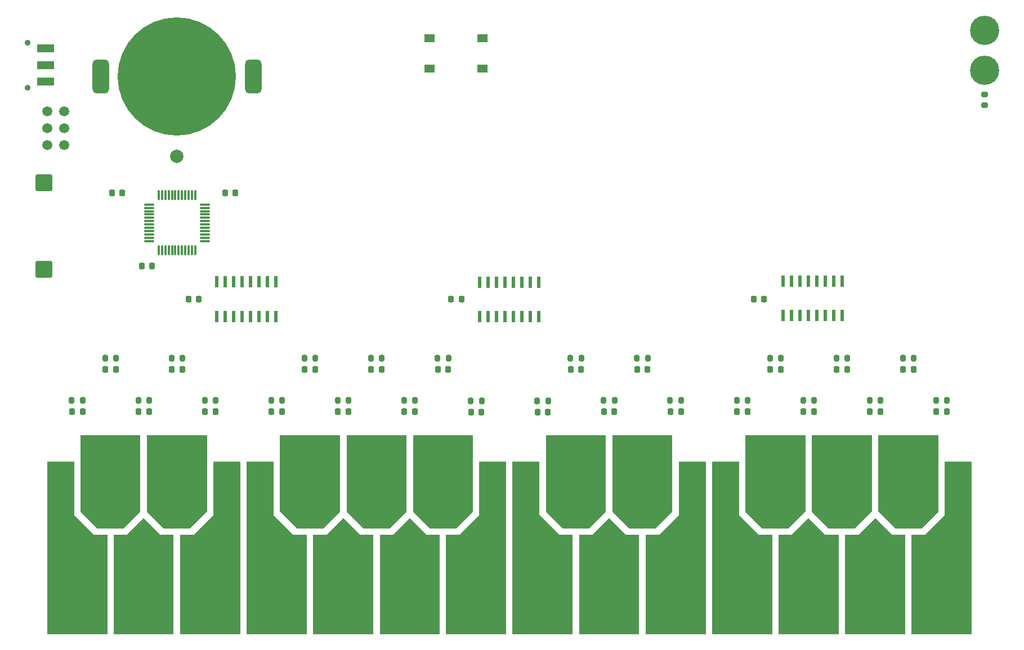
<source format=gts>
%TF.GenerationSoftware,KiCad,Pcbnew,(6.0.0)*%
%TF.CreationDate,2022-11-24T19:04:57+01:00*%
%TF.ProjectId,PCB,5043422e-6b69-4636-9164-5f7063625858,rev?*%
%TF.SameCoordinates,Original*%
%TF.FileFunction,Soldermask,Top*%
%TF.FilePolarity,Negative*%
%FSLAX46Y46*%
G04 Gerber Fmt 4.6, Leading zero omitted, Abs format (unit mm)*
G04 Created by KiCad (PCBNEW (6.0.0)) date 2022-11-24 19:04:57*
%MOMM*%
%LPD*%
G01*
G04 APERTURE LIST*
G04 Aperture macros list*
%AMRoundRect*
0 Rectangle with rounded corners*
0 $1 Rounding radius*
0 $2 $3 $4 $5 $6 $7 $8 $9 X,Y pos of 4 corners*
0 Add a 4 corners polygon primitive as box body*
4,1,4,$2,$3,$4,$5,$6,$7,$8,$9,$2,$3,0*
0 Add four circle primitives for the rounded corners*
1,1,$1+$1,$2,$3*
1,1,$1+$1,$4,$5*
1,1,$1+$1,$6,$7*
1,1,$1+$1,$8,$9*
0 Add four rect primitives between the rounded corners*
20,1,$1+$1,$2,$3,$4,$5,0*
20,1,$1+$1,$4,$5,$6,$7,0*
20,1,$1+$1,$6,$7,$8,$9,0*
20,1,$1+$1,$8,$9,$2,$3,0*%
%AMFreePoly0*
4,1,8,2.000000,-7.000000,5.000000,-10.000000,7.000000,-10.000000,7.000000,-25.000000,-2.000000,-25.000000,-2.000000,1.000000,2.000000,1.000000,2.000000,-7.000000,2.000000,-7.000000,$1*%
%AMFreePoly1*
4,1,7,4.500000,-10.000000,2.000000,-12.500000,-2.000000,-12.500000,-4.500000,-10.000000,-4.500000,1.500000,4.500000,1.500000,4.500000,-10.000000,4.500000,-10.000000,$1*%
%AMFreePoly2*
4,1,8,2.500000,0.000000,4.500000,0.000000,4.500000,-15.000000,-4.500000,-15.000000,-4.500000,0.000000,-2.500000,0.000000,0.000000,2.500000,2.500000,0.000000,2.500000,0.000000,$1*%
%AMFreePoly3*
4,1,8,2.000000,-25.000000,-7.000000,-25.000000,-7.000000,-10.000000,-5.000000,-10.000000,-2.000000,-7.000000,-2.000000,1.000000,2.000000,1.000000,2.000000,-25.000000,2.000000,-25.000000,$1*%
%AMFreePoly4*
4,1,8,2.000000,-24.500000,-7.000000,-24.500000,-7.000000,-9.500000,-5.000000,-9.500000,-2.000000,-6.500000,-2.000000,1.500000,2.000000,1.500000,2.000000,-24.500000,2.000000,-24.500000,$1*%
G04 Aperture macros list end*
%ADD10RoundRect,0.218750X-0.218750X-0.256250X0.218750X-0.256250X0.218750X0.256250X-0.218750X0.256250X0*%
%ADD11RoundRect,0.200000X-0.200000X-0.275000X0.200000X-0.275000X0.200000X0.275000X-0.200000X0.275000X0*%
%ADD12RoundRect,0.625000X-0.625000X-1.925000X0.625000X-1.925000X0.625000X1.925000X-0.625000X1.925000X0*%
%ADD13C,17.800000*%
%ADD14C,1.500000*%
%ADD15RoundRect,0.075000X-0.662500X-0.075000X0.662500X-0.075000X0.662500X0.075000X-0.662500X0.075000X0*%
%ADD16RoundRect,0.075000X-0.075000X-0.662500X0.075000X-0.662500X0.075000X0.662500X-0.075000X0.662500X0*%
%ADD17C,0.700000*%
%ADD18C,4.400000*%
%ADD19C,2.000000*%
%ADD20R,1.550000X1.300000*%
%ADD21RoundRect,0.225000X-0.225000X-0.250000X0.225000X-0.250000X0.225000X0.250000X-0.225000X0.250000X0*%
%ADD22RoundRect,0.200000X0.275000X-0.200000X0.275000X0.200000X-0.275000X0.200000X-0.275000X-0.200000X0*%
%ADD23FreePoly0,0.000000*%
%ADD24FreePoly1,0.000000*%
%ADD25FreePoly2,0.000000*%
%ADD26FreePoly3,0.000000*%
%ADD27C,0.900000*%
%ADD28R,2.500000X1.250000*%
%ADD29FreePoly4,0.000000*%
%ADD30R,0.533400X1.701800*%
%ADD31RoundRect,0.150000X-1.100000X1.100000X-1.100000X-1.100000X1.100000X-1.100000X1.100000X1.100000X0*%
G04 APERTURE END LIST*
%TO.C,J6*%
G36*
X150000000Y-107000000D02*
G01*
X152000000Y-107000000D01*
X152000000Y-122000000D01*
X143000000Y-122000000D01*
X143000000Y-107000000D01*
X145000000Y-107000000D01*
X147500000Y-104500000D01*
X150000000Y-107000000D01*
G37*
G36*
X157000000Y-103500000D02*
G01*
X154500000Y-106000000D01*
X150500000Y-106000000D01*
X148000000Y-103500000D01*
X148000000Y-92000000D01*
X157000000Y-92000000D01*
X157000000Y-103500000D01*
G37*
G36*
X147000000Y-103500000D02*
G01*
X144500000Y-106000000D01*
X140500000Y-106000000D01*
X138000000Y-103500000D01*
X138000000Y-92000000D01*
X147000000Y-92000000D01*
X147000000Y-103500000D01*
G37*
G36*
X160000000Y-107000000D02*
G01*
X162000000Y-107000000D01*
X162000000Y-122000000D01*
X153000000Y-122000000D01*
X153000000Y-107000000D01*
X155000000Y-107000000D01*
X157500000Y-104500000D01*
X160000000Y-107000000D01*
G37*
G36*
X172000000Y-122000000D02*
G01*
X163000000Y-122000000D01*
X163000000Y-107000000D01*
X165000000Y-107000000D01*
X168000000Y-104000000D01*
X168000000Y-96000000D01*
X172000000Y-96000000D01*
X172000000Y-122000000D01*
G37*
G36*
X137000000Y-104000000D02*
G01*
X140000000Y-107000000D01*
X142000000Y-107000000D01*
X142000000Y-122000000D01*
X133000000Y-122000000D01*
X133000000Y-96000000D01*
X137000000Y-96000000D01*
X137000000Y-104000000D01*
G37*
G36*
X167000000Y-103500000D02*
G01*
X164500000Y-106000000D01*
X160500000Y-106000000D01*
X158000000Y-103500000D01*
X158000000Y-92000000D01*
X167000000Y-92000000D01*
X167000000Y-103500000D01*
G37*
%TO.C,J5*%
G36*
X132000000Y-122000000D02*
G01*
X123000000Y-122000000D01*
X123000000Y-107000000D01*
X125000000Y-107000000D01*
X128000000Y-104000000D01*
X128000000Y-96000000D01*
X132000000Y-96000000D01*
X132000000Y-122000000D01*
G37*
G36*
X117000000Y-103500000D02*
G01*
X114500000Y-106000000D01*
X110500000Y-106000000D01*
X108000000Y-103500000D01*
X108000000Y-92000000D01*
X117000000Y-92000000D01*
X117000000Y-103500000D01*
G37*
G36*
X127000000Y-103500000D02*
G01*
X124500000Y-106000000D01*
X120500000Y-106000000D01*
X118000000Y-103500000D01*
X118000000Y-92000000D01*
X127000000Y-92000000D01*
X127000000Y-103500000D01*
G37*
G36*
X107000000Y-104000000D02*
G01*
X110000000Y-107000000D01*
X112000000Y-107000000D01*
X112000000Y-122000000D01*
X103000000Y-122000000D01*
X103000000Y-96000000D01*
X107000000Y-96000000D01*
X107000000Y-104000000D01*
G37*
G36*
X120000000Y-107000000D02*
G01*
X122000000Y-107000000D01*
X122000000Y-122000000D01*
X113000000Y-122000000D01*
X113000000Y-107000000D01*
X115000000Y-107000000D01*
X117500000Y-104500000D01*
X120000000Y-107000000D01*
G37*
%TO.C,J4*%
G36*
X90000000Y-107000000D02*
G01*
X92000000Y-107000000D01*
X92000000Y-122000000D01*
X83000000Y-122000000D01*
X83000000Y-107000000D01*
X85000000Y-107000000D01*
X87500000Y-104500000D01*
X90000000Y-107000000D01*
G37*
G36*
X87000000Y-103500000D02*
G01*
X84500000Y-106000000D01*
X80500000Y-106000000D01*
X78000000Y-103500000D01*
X78000000Y-92000000D01*
X87000000Y-92000000D01*
X87000000Y-103500000D01*
G37*
G36*
X80000000Y-107000000D02*
G01*
X82000000Y-107000000D01*
X82000000Y-122000000D01*
X73000000Y-122000000D01*
X73000000Y-107000000D01*
X75000000Y-107000000D01*
X77500000Y-104500000D01*
X80000000Y-107000000D01*
G37*
G36*
X67000000Y-104000000D02*
G01*
X70000000Y-107000000D01*
X72000000Y-107000000D01*
X72000000Y-122000000D01*
X63000000Y-122000000D01*
X63000000Y-96000000D01*
X67000000Y-96000000D01*
X67000000Y-104000000D01*
G37*
G36*
X77000000Y-103500000D02*
G01*
X74500000Y-106000000D01*
X70500000Y-106000000D01*
X68000000Y-103500000D01*
X68000000Y-92000000D01*
X77000000Y-92000000D01*
X77000000Y-103500000D01*
G37*
G36*
X102000000Y-122000000D02*
G01*
X93000000Y-122000000D01*
X93000000Y-107000000D01*
X95000000Y-107000000D01*
X98000000Y-104000000D01*
X98000000Y-96000000D01*
X102000000Y-96000000D01*
X102000000Y-122000000D01*
G37*
G36*
X97000000Y-103500000D02*
G01*
X94500000Y-106000000D01*
X90500000Y-106000000D01*
X88000000Y-103500000D01*
X88000000Y-92000000D01*
X97000000Y-92000000D01*
X97000000Y-103500000D01*
G37*
%TO.C,J3*%
G36*
X57000000Y-103500000D02*
G01*
X54500000Y-106000000D01*
X50500000Y-106000000D01*
X48000000Y-103500000D01*
X48000000Y-92000000D01*
X57000000Y-92000000D01*
X57000000Y-103500000D01*
G37*
G36*
X50000000Y-107000000D02*
G01*
X52000000Y-107000000D01*
X52000000Y-122000000D01*
X43000000Y-122000000D01*
X43000000Y-107000000D01*
X45000000Y-107000000D01*
X47500000Y-104500000D01*
X50000000Y-107000000D01*
G37*
G36*
X47000000Y-103500000D02*
G01*
X44500000Y-106000000D01*
X40500000Y-106000000D01*
X38000000Y-103500000D01*
X38000000Y-92000000D01*
X47000000Y-92000000D01*
X47000000Y-103500000D01*
G37*
G36*
X37000000Y-104000000D02*
G01*
X40000000Y-107000000D01*
X42000000Y-107000000D01*
X42000000Y-122000000D01*
X33000000Y-122000000D01*
X33000000Y-96000000D01*
X37000000Y-96000000D01*
X37000000Y-104000000D01*
G37*
G36*
X62000000Y-122000000D02*
G01*
X53000000Y-122000000D01*
X53000000Y-107000000D01*
X55000000Y-107000000D01*
X58000000Y-104000000D01*
X58000000Y-96000000D01*
X62000000Y-96000000D01*
X62000000Y-122000000D01*
G37*
%TD*%
D10*
%TO.C,D5*%
X56712500Y-88400000D03*
X58287500Y-88400000D03*
%TD*%
D11*
%TO.C,R23*%
X161675000Y-80350000D03*
X163325000Y-80350000D03*
%TD*%
%TO.C,R13*%
X106675000Y-86850000D03*
X108325000Y-86850000D03*
%TD*%
D10*
%TO.C,D18*%
X136712500Y-88450000D03*
X138287500Y-88450000D03*
%TD*%
%TO.C,D21*%
X151712500Y-82050000D03*
X153287500Y-82050000D03*
%TD*%
D11*
%TO.C,R22*%
X156675000Y-86750000D03*
X158325000Y-86750000D03*
%TD*%
%TO.C,R9*%
X81675000Y-80350000D03*
X83325000Y-80350000D03*
%TD*%
D10*
%TO.C,D11*%
X91712500Y-82050000D03*
X93287500Y-82050000D03*
%TD*%
D12*
%TO.C,BT1*%
X64000000Y-38000000D03*
X41000000Y-38000000D03*
D13*
X52500000Y-38000000D03*
%TD*%
D10*
%TO.C,D17*%
X126712500Y-88450000D03*
X128287500Y-88450000D03*
%TD*%
D14*
%TO.C,TP3*%
X35560000Y-45720000D03*
%TD*%
%TO.C,TP6*%
X33020000Y-45720000D03*
%TD*%
D10*
%TO.C,D24*%
X166712500Y-88450000D03*
X168287500Y-88450000D03*
%TD*%
D11*
%TO.C,R19*%
X141675000Y-80350000D03*
X143325000Y-80350000D03*
%TD*%
D10*
%TO.C,D20*%
X146712500Y-88450000D03*
X148287500Y-88450000D03*
%TD*%
D11*
%TO.C,R11*%
X91675000Y-80350000D03*
X93325000Y-80350000D03*
%TD*%
D10*
%TO.C,D19*%
X141712500Y-82050000D03*
X143287500Y-82050000D03*
%TD*%
D15*
%TO.C,U2*%
X48337500Y-57250000D03*
X48337500Y-57750000D03*
X48337500Y-58250000D03*
X48337500Y-58750000D03*
X48337500Y-59250000D03*
X48337500Y-59750000D03*
X48337500Y-60250000D03*
X48337500Y-60750000D03*
X48337500Y-61250000D03*
X48337500Y-61750000D03*
X48337500Y-62250000D03*
X48337500Y-62750000D03*
D16*
X49750000Y-64162500D03*
X50250000Y-64162500D03*
X50750000Y-64162500D03*
X51250000Y-64162500D03*
X51750000Y-64162500D03*
X52250000Y-64162500D03*
X52750000Y-64162500D03*
X53250000Y-64162500D03*
X53750000Y-64162500D03*
X54250000Y-64162500D03*
X54750000Y-64162500D03*
X55250000Y-64162500D03*
D15*
X56662500Y-62750000D03*
X56662500Y-62250000D03*
X56662500Y-61750000D03*
X56662500Y-61250000D03*
X56662500Y-60750000D03*
X56662500Y-60250000D03*
X56662500Y-59750000D03*
X56662500Y-59250000D03*
X56662500Y-58750000D03*
X56662500Y-58250000D03*
X56662500Y-57750000D03*
X56662500Y-57250000D03*
D16*
X55250000Y-55837500D03*
X54750000Y-55837500D03*
X54250000Y-55837500D03*
X53750000Y-55837500D03*
X53250000Y-55837500D03*
X52750000Y-55837500D03*
X52250000Y-55837500D03*
X51750000Y-55837500D03*
X51250000Y-55837500D03*
X50750000Y-55837500D03*
X50250000Y-55837500D03*
X49750000Y-55837500D03*
%TD*%
D17*
%TO.C,J8*%
X174000000Y-32650000D03*
X172350000Y-31000000D03*
X172833274Y-32166726D03*
X175650000Y-31000000D03*
X175166726Y-32166726D03*
D18*
X174000000Y-31000000D03*
D17*
X174000000Y-29350000D03*
X175166726Y-29833274D03*
X172833274Y-29833274D03*
%TD*%
D11*
%TO.C,R24*%
X166675000Y-86750000D03*
X168325000Y-86750000D03*
%TD*%
D19*
%TO.C,TP1*%
X52500000Y-50000000D03*
%TD*%
D20*
%TO.C,SW2*%
X98475000Y-32250000D03*
X90525000Y-32250000D03*
X98475000Y-36750000D03*
X90525000Y-36750000D03*
%TD*%
D21*
%TO.C,C3*%
X42725000Y-55500000D03*
X44275000Y-55500000D03*
%TD*%
D10*
%TO.C,D23*%
X161712500Y-82050000D03*
X163287500Y-82050000D03*
%TD*%
D22*
%TO.C,R25*%
X174000000Y-42325000D03*
X174000000Y-40675000D03*
%TD*%
D11*
%TO.C,R21*%
X151675000Y-80350000D03*
X153325000Y-80350000D03*
%TD*%
D21*
%TO.C,C2*%
X59725000Y-55500000D03*
X61275000Y-55500000D03*
%TD*%
D11*
%TO.C,R5*%
X56675000Y-86750000D03*
X58325000Y-86750000D03*
%TD*%
D21*
%TO.C,C5*%
X93725000Y-71500000D03*
X95275000Y-71500000D03*
%TD*%
D14*
%TO.C,TP4*%
X33020000Y-48260000D03*
%TD*%
D10*
%TO.C,D2*%
X41712500Y-82050000D03*
X43287500Y-82050000D03*
%TD*%
D23*
%TO.C,J6*%
X135000000Y-97000000D03*
D24*
X142500000Y-93500000D03*
D25*
X147500000Y-107000000D03*
D24*
X152500000Y-93500000D03*
D25*
X157500000Y-107000000D03*
D24*
X162500000Y-93500000D03*
D26*
X170000000Y-97000000D03*
%TD*%
D27*
%TO.C,SW1*%
X30000000Y-39650000D03*
X30000000Y-32850000D03*
D28*
X32750000Y-33750000D03*
X32750000Y-36250000D03*
X32750000Y-38750000D03*
%TD*%
D10*
%TO.C,D9*%
X81712500Y-82050000D03*
X83287500Y-82050000D03*
%TD*%
D17*
%TO.C,J7*%
X172833274Y-35833274D03*
X172833274Y-38166726D03*
D18*
X174000000Y-37000000D03*
D17*
X175650000Y-37000000D03*
X175166726Y-38166726D03*
X174000000Y-35350000D03*
X175166726Y-35833274D03*
X174000000Y-38650000D03*
X172350000Y-37000000D03*
%TD*%
D14*
%TO.C,TP7*%
X35560000Y-48260000D03*
%TD*%
D10*
%TO.C,D10*%
X86712500Y-88450000D03*
X88287500Y-88450000D03*
%TD*%
D11*
%TO.C,R20*%
X146675000Y-86750000D03*
X148325000Y-86750000D03*
%TD*%
%TO.C,R16*%
X121675000Y-80350000D03*
X123325000Y-80350000D03*
%TD*%
D10*
%TO.C,D22*%
X156712500Y-88450000D03*
X158287500Y-88450000D03*
%TD*%
D23*
%TO.C,J5*%
X105000000Y-97000000D03*
D24*
X112500000Y-93500000D03*
D25*
X117500000Y-107000000D03*
D24*
X122500000Y-93500000D03*
D29*
X130000000Y-97500000D03*
%TD*%
D11*
%TO.C,R6*%
X66675000Y-86750000D03*
X68325000Y-86750000D03*
%TD*%
D10*
%TO.C,D6*%
X66712500Y-88400000D03*
X68287500Y-88400000D03*
%TD*%
D11*
%TO.C,R3*%
X46675000Y-86750000D03*
X48325000Y-86750000D03*
%TD*%
D10*
%TO.C,D15*%
X116712500Y-88450000D03*
X118287500Y-88450000D03*
%TD*%
%TO.C,D13*%
X106712500Y-88550000D03*
X108287500Y-88550000D03*
%TD*%
D23*
%TO.C,J4*%
X65000000Y-97000000D03*
D24*
X72500000Y-93500000D03*
D25*
X77500000Y-107000000D03*
D24*
X82500000Y-93500000D03*
D25*
X87500000Y-107000000D03*
D24*
X92500000Y-93500000D03*
D26*
X100000000Y-97000000D03*
%TD*%
D11*
%TO.C,R2*%
X41675000Y-80350000D03*
X43325000Y-80350000D03*
%TD*%
D10*
%TO.C,D16*%
X121712500Y-82050000D03*
X123287500Y-82050000D03*
%TD*%
D11*
%TO.C,R10*%
X86662500Y-86750000D03*
X88312500Y-86750000D03*
%TD*%
%TO.C,R4*%
X51675000Y-80350000D03*
X53325000Y-80350000D03*
%TD*%
D10*
%TO.C,D14*%
X111712500Y-82050000D03*
X113287500Y-82050000D03*
%TD*%
D23*
%TO.C,J3*%
X35000000Y-97000000D03*
D24*
X42500000Y-93500000D03*
D25*
X47500000Y-107000000D03*
D24*
X52500000Y-93500000D03*
D29*
X60000000Y-97500000D03*
%TD*%
D30*
%TO.C,U1*%
X58455000Y-74090800D03*
X59725000Y-74090800D03*
X60995000Y-74090800D03*
X62265000Y-74090800D03*
X63535000Y-74090800D03*
X64805000Y-74090800D03*
X66075000Y-74090800D03*
X67345000Y-74090800D03*
X67345000Y-68909200D03*
X66075000Y-68909200D03*
X64805000Y-68909200D03*
X63535000Y-68909200D03*
X62265000Y-68909200D03*
X60995000Y-68909200D03*
X59725000Y-68909200D03*
X58455000Y-68909200D03*
%TD*%
D11*
%TO.C,R7*%
X71675000Y-80350000D03*
X73325000Y-80350000D03*
%TD*%
%TO.C,R17*%
X126675000Y-86750000D03*
X128325000Y-86750000D03*
%TD*%
%TO.C,R15*%
X116675000Y-86750000D03*
X118325000Y-86750000D03*
%TD*%
D10*
%TO.C,D1*%
X36712500Y-88400000D03*
X38287500Y-88400000D03*
%TD*%
D21*
%TO.C,C4*%
X47225000Y-66500000D03*
X48775000Y-66500000D03*
%TD*%
D11*
%TO.C,R12*%
X96675000Y-86800000D03*
X98325000Y-86800000D03*
%TD*%
D10*
%TO.C,D4*%
X51712500Y-82050000D03*
X53287500Y-82050000D03*
%TD*%
D11*
%TO.C,R18*%
X136675000Y-86750000D03*
X138325000Y-86750000D03*
%TD*%
D14*
%TO.C,TP2*%
X35560000Y-43180000D03*
%TD*%
D21*
%TO.C,C1*%
X54225000Y-71500000D03*
X55775000Y-71500000D03*
%TD*%
D10*
%TO.C,D3*%
X46712500Y-88400000D03*
X48287500Y-88400000D03*
%TD*%
%TO.C,D8*%
X76712500Y-88400000D03*
X78287500Y-88400000D03*
%TD*%
D31*
%TO.C,BZ1*%
X32500000Y-54000000D03*
X32500000Y-67000000D03*
%TD*%
D11*
%TO.C,R1*%
X36675000Y-86750000D03*
X38325000Y-86750000D03*
%TD*%
D14*
%TO.C,TP5*%
X33020000Y-43180000D03*
%TD*%
D10*
%TO.C,D7*%
X71712500Y-82050000D03*
X73287500Y-82050000D03*
%TD*%
D30*
%TO.C,U3*%
X98055000Y-74140800D03*
X99325000Y-74140800D03*
X100595000Y-74140800D03*
X101865000Y-74140800D03*
X103135000Y-74140800D03*
X104405000Y-74140800D03*
X105675000Y-74140800D03*
X106945000Y-74140800D03*
X106945000Y-68959200D03*
X105675000Y-68959200D03*
X104405000Y-68959200D03*
X103135000Y-68959200D03*
X101865000Y-68959200D03*
X100595000Y-68959200D03*
X99325000Y-68959200D03*
X98055000Y-68959200D03*
%TD*%
%TO.C,U4*%
X143655000Y-73940800D03*
X144925000Y-73940800D03*
X146195000Y-73940800D03*
X147465000Y-73940800D03*
X148735000Y-73940800D03*
X150005000Y-73940800D03*
X151275000Y-73940800D03*
X152545000Y-73940800D03*
X152545000Y-68759200D03*
X151275000Y-68759200D03*
X150005000Y-68759200D03*
X148735000Y-68759200D03*
X147465000Y-68759200D03*
X146195000Y-68759200D03*
X144925000Y-68759200D03*
X143655000Y-68759200D03*
%TD*%
D21*
%TO.C,C6*%
X139225000Y-71500000D03*
X140775000Y-71500000D03*
%TD*%
D11*
%TO.C,R8*%
X76675000Y-86750000D03*
X78325000Y-86750000D03*
%TD*%
D10*
%TO.C,D12*%
X96712500Y-88500000D03*
X98287500Y-88500000D03*
%TD*%
D11*
%TO.C,R14*%
X111675000Y-80350000D03*
X113325000Y-80350000D03*
%TD*%
M02*

</source>
